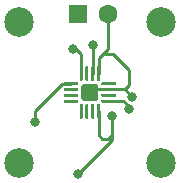
<source format=gbr>
G04 #@! TF.GenerationSoftware,KiCad,Pcbnew,(5.1.4)-1*
G04 #@! TF.CreationDate,2021-04-01T21:41:31+08:00*
G04 #@! TF.ProjectId,ma730,6d613733-302e-46b6-9963-61645f706362,rev?*
G04 #@! TF.SameCoordinates,Original*
G04 #@! TF.FileFunction,Copper,L2,Bot*
G04 #@! TF.FilePolarity,Positive*
%FSLAX46Y46*%
G04 Gerber Fmt 4.6, Leading zero omitted, Abs format (unit mm)*
G04 Created by KiCad (PCBNEW (5.1.4)-1) date 2021-04-01 21:41:31*
%MOMM*%
%LPD*%
G04 APERTURE LIST*
%ADD10C,1.600000*%
%ADD11R,1.600000X1.600000*%
%ADD12C,0.100000*%
%ADD13C,0.250000*%
%ADD14C,1.450000*%
%ADD15C,2.500000*%
%ADD16C,0.800000*%
%ADD17C,0.250000*%
G04 APERTURE END LIST*
D10*
X99500000Y-100330000D03*
D11*
X97000000Y-100330000D03*
D12*
G36*
X97318626Y-107975301D02*
G01*
X97324693Y-107976201D01*
X97330643Y-107977691D01*
X97336418Y-107979758D01*
X97341962Y-107982380D01*
X97347223Y-107985533D01*
X97352150Y-107989187D01*
X97356694Y-107993306D01*
X97360813Y-107997850D01*
X97364467Y-108002777D01*
X97367620Y-108008038D01*
X97370242Y-108013582D01*
X97372309Y-108019357D01*
X97373799Y-108025307D01*
X97374699Y-108031374D01*
X97375000Y-108037500D01*
X97375000Y-109162500D01*
X97374699Y-109168626D01*
X97373799Y-109174693D01*
X97372309Y-109180643D01*
X97370242Y-109186418D01*
X97367620Y-109191962D01*
X97364467Y-109197223D01*
X97360813Y-109202150D01*
X97356694Y-109206694D01*
X97352150Y-109210813D01*
X97347223Y-109214467D01*
X97341962Y-109217620D01*
X97336418Y-109220242D01*
X97330643Y-109222309D01*
X97324693Y-109223799D01*
X97318626Y-109224699D01*
X97312500Y-109225000D01*
X97187500Y-109225000D01*
X97181374Y-109224699D01*
X97175307Y-109223799D01*
X97169357Y-109222309D01*
X97163582Y-109220242D01*
X97158038Y-109217620D01*
X97152777Y-109214467D01*
X97147850Y-109210813D01*
X97143306Y-109206694D01*
X97139187Y-109202150D01*
X97135533Y-109197223D01*
X97132380Y-109191962D01*
X97129758Y-109186418D01*
X97127691Y-109180643D01*
X97126201Y-109174693D01*
X97125301Y-109168626D01*
X97125000Y-109162500D01*
X97125000Y-108037500D01*
X97125301Y-108031374D01*
X97126201Y-108025307D01*
X97127691Y-108019357D01*
X97129758Y-108013582D01*
X97132380Y-108008038D01*
X97135533Y-108002777D01*
X97139187Y-107997850D01*
X97143306Y-107993306D01*
X97147850Y-107989187D01*
X97152777Y-107985533D01*
X97158038Y-107982380D01*
X97163582Y-107979758D01*
X97169357Y-107977691D01*
X97175307Y-107976201D01*
X97181374Y-107975301D01*
X97187500Y-107975000D01*
X97312500Y-107975000D01*
X97318626Y-107975301D01*
X97318626Y-107975301D01*
G37*
D13*
X97250000Y-108600000D03*
D12*
G36*
X97818626Y-107975301D02*
G01*
X97824693Y-107976201D01*
X97830643Y-107977691D01*
X97836418Y-107979758D01*
X97841962Y-107982380D01*
X97847223Y-107985533D01*
X97852150Y-107989187D01*
X97856694Y-107993306D01*
X97860813Y-107997850D01*
X97864467Y-108002777D01*
X97867620Y-108008038D01*
X97870242Y-108013582D01*
X97872309Y-108019357D01*
X97873799Y-108025307D01*
X97874699Y-108031374D01*
X97875000Y-108037500D01*
X97875000Y-109162500D01*
X97874699Y-109168626D01*
X97873799Y-109174693D01*
X97872309Y-109180643D01*
X97870242Y-109186418D01*
X97867620Y-109191962D01*
X97864467Y-109197223D01*
X97860813Y-109202150D01*
X97856694Y-109206694D01*
X97852150Y-109210813D01*
X97847223Y-109214467D01*
X97841962Y-109217620D01*
X97836418Y-109220242D01*
X97830643Y-109222309D01*
X97824693Y-109223799D01*
X97818626Y-109224699D01*
X97812500Y-109225000D01*
X97687500Y-109225000D01*
X97681374Y-109224699D01*
X97675307Y-109223799D01*
X97669357Y-109222309D01*
X97663582Y-109220242D01*
X97658038Y-109217620D01*
X97652777Y-109214467D01*
X97647850Y-109210813D01*
X97643306Y-109206694D01*
X97639187Y-109202150D01*
X97635533Y-109197223D01*
X97632380Y-109191962D01*
X97629758Y-109186418D01*
X97627691Y-109180643D01*
X97626201Y-109174693D01*
X97625301Y-109168626D01*
X97625000Y-109162500D01*
X97625000Y-108037500D01*
X97625301Y-108031374D01*
X97626201Y-108025307D01*
X97627691Y-108019357D01*
X97629758Y-108013582D01*
X97632380Y-108008038D01*
X97635533Y-108002777D01*
X97639187Y-107997850D01*
X97643306Y-107993306D01*
X97647850Y-107989187D01*
X97652777Y-107985533D01*
X97658038Y-107982380D01*
X97663582Y-107979758D01*
X97669357Y-107977691D01*
X97675307Y-107976201D01*
X97681374Y-107975301D01*
X97687500Y-107975000D01*
X97812500Y-107975000D01*
X97818626Y-107975301D01*
X97818626Y-107975301D01*
G37*
D13*
X97750000Y-108600000D03*
D12*
G36*
X98318626Y-107975301D02*
G01*
X98324693Y-107976201D01*
X98330643Y-107977691D01*
X98336418Y-107979758D01*
X98341962Y-107982380D01*
X98347223Y-107985533D01*
X98352150Y-107989187D01*
X98356694Y-107993306D01*
X98360813Y-107997850D01*
X98364467Y-108002777D01*
X98367620Y-108008038D01*
X98370242Y-108013582D01*
X98372309Y-108019357D01*
X98373799Y-108025307D01*
X98374699Y-108031374D01*
X98375000Y-108037500D01*
X98375000Y-109162500D01*
X98374699Y-109168626D01*
X98373799Y-109174693D01*
X98372309Y-109180643D01*
X98370242Y-109186418D01*
X98367620Y-109191962D01*
X98364467Y-109197223D01*
X98360813Y-109202150D01*
X98356694Y-109206694D01*
X98352150Y-109210813D01*
X98347223Y-109214467D01*
X98341962Y-109217620D01*
X98336418Y-109220242D01*
X98330643Y-109222309D01*
X98324693Y-109223799D01*
X98318626Y-109224699D01*
X98312500Y-109225000D01*
X98187500Y-109225000D01*
X98181374Y-109224699D01*
X98175307Y-109223799D01*
X98169357Y-109222309D01*
X98163582Y-109220242D01*
X98158038Y-109217620D01*
X98152777Y-109214467D01*
X98147850Y-109210813D01*
X98143306Y-109206694D01*
X98139187Y-109202150D01*
X98135533Y-109197223D01*
X98132380Y-109191962D01*
X98129758Y-109186418D01*
X98127691Y-109180643D01*
X98126201Y-109174693D01*
X98125301Y-109168626D01*
X98125000Y-109162500D01*
X98125000Y-108037500D01*
X98125301Y-108031374D01*
X98126201Y-108025307D01*
X98127691Y-108019357D01*
X98129758Y-108013582D01*
X98132380Y-108008038D01*
X98135533Y-108002777D01*
X98139187Y-107997850D01*
X98143306Y-107993306D01*
X98147850Y-107989187D01*
X98152777Y-107985533D01*
X98158038Y-107982380D01*
X98163582Y-107979758D01*
X98169357Y-107977691D01*
X98175307Y-107976201D01*
X98181374Y-107975301D01*
X98187500Y-107975000D01*
X98312500Y-107975000D01*
X98318626Y-107975301D01*
X98318626Y-107975301D01*
G37*
D13*
X98250000Y-108600000D03*
D12*
G36*
X98818626Y-107975301D02*
G01*
X98824693Y-107976201D01*
X98830643Y-107977691D01*
X98836418Y-107979758D01*
X98841962Y-107982380D01*
X98847223Y-107985533D01*
X98852150Y-107989187D01*
X98856694Y-107993306D01*
X98860813Y-107997850D01*
X98864467Y-108002777D01*
X98867620Y-108008038D01*
X98870242Y-108013582D01*
X98872309Y-108019357D01*
X98873799Y-108025307D01*
X98874699Y-108031374D01*
X98875000Y-108037500D01*
X98875000Y-109162500D01*
X98874699Y-109168626D01*
X98873799Y-109174693D01*
X98872309Y-109180643D01*
X98870242Y-109186418D01*
X98867620Y-109191962D01*
X98864467Y-109197223D01*
X98860813Y-109202150D01*
X98856694Y-109206694D01*
X98852150Y-109210813D01*
X98847223Y-109214467D01*
X98841962Y-109217620D01*
X98836418Y-109220242D01*
X98830643Y-109222309D01*
X98824693Y-109223799D01*
X98818626Y-109224699D01*
X98812500Y-109225000D01*
X98687500Y-109225000D01*
X98681374Y-109224699D01*
X98675307Y-109223799D01*
X98669357Y-109222309D01*
X98663582Y-109220242D01*
X98658038Y-109217620D01*
X98652777Y-109214467D01*
X98647850Y-109210813D01*
X98643306Y-109206694D01*
X98639187Y-109202150D01*
X98635533Y-109197223D01*
X98632380Y-109191962D01*
X98629758Y-109186418D01*
X98627691Y-109180643D01*
X98626201Y-109174693D01*
X98625301Y-109168626D01*
X98625000Y-109162500D01*
X98625000Y-108037500D01*
X98625301Y-108031374D01*
X98626201Y-108025307D01*
X98627691Y-108019357D01*
X98629758Y-108013582D01*
X98632380Y-108008038D01*
X98635533Y-108002777D01*
X98639187Y-107997850D01*
X98643306Y-107993306D01*
X98647850Y-107989187D01*
X98652777Y-107985533D01*
X98658038Y-107982380D01*
X98663582Y-107979758D01*
X98669357Y-107977691D01*
X98675307Y-107976201D01*
X98681374Y-107975301D01*
X98687500Y-107975000D01*
X98812500Y-107975000D01*
X98818626Y-107975301D01*
X98818626Y-107975301D01*
G37*
D13*
X98750000Y-108600000D03*
D12*
G36*
X100168626Y-107625301D02*
G01*
X100174693Y-107626201D01*
X100180643Y-107627691D01*
X100186418Y-107629758D01*
X100191962Y-107632380D01*
X100197223Y-107635533D01*
X100202150Y-107639187D01*
X100206694Y-107643306D01*
X100210813Y-107647850D01*
X100214467Y-107652777D01*
X100217620Y-107658038D01*
X100220242Y-107663582D01*
X100222309Y-107669357D01*
X100223799Y-107675307D01*
X100224699Y-107681374D01*
X100225000Y-107687500D01*
X100225000Y-107812500D01*
X100224699Y-107818626D01*
X100223799Y-107824693D01*
X100222309Y-107830643D01*
X100220242Y-107836418D01*
X100217620Y-107841962D01*
X100214467Y-107847223D01*
X100210813Y-107852150D01*
X100206694Y-107856694D01*
X100202150Y-107860813D01*
X100197223Y-107864467D01*
X100191962Y-107867620D01*
X100186418Y-107870242D01*
X100180643Y-107872309D01*
X100174693Y-107873799D01*
X100168626Y-107874699D01*
X100162500Y-107875000D01*
X99037500Y-107875000D01*
X99031374Y-107874699D01*
X99025307Y-107873799D01*
X99019357Y-107872309D01*
X99013582Y-107870242D01*
X99008038Y-107867620D01*
X99002777Y-107864467D01*
X98997850Y-107860813D01*
X98993306Y-107856694D01*
X98989187Y-107852150D01*
X98985533Y-107847223D01*
X98982380Y-107841962D01*
X98979758Y-107836418D01*
X98977691Y-107830643D01*
X98976201Y-107824693D01*
X98975301Y-107818626D01*
X98975000Y-107812500D01*
X98975000Y-107687500D01*
X98975301Y-107681374D01*
X98976201Y-107675307D01*
X98977691Y-107669357D01*
X98979758Y-107663582D01*
X98982380Y-107658038D01*
X98985533Y-107652777D01*
X98989187Y-107647850D01*
X98993306Y-107643306D01*
X98997850Y-107639187D01*
X99002777Y-107635533D01*
X99008038Y-107632380D01*
X99013582Y-107629758D01*
X99019357Y-107627691D01*
X99025307Y-107626201D01*
X99031374Y-107625301D01*
X99037500Y-107625000D01*
X100162500Y-107625000D01*
X100168626Y-107625301D01*
X100168626Y-107625301D01*
G37*
D13*
X99600000Y-107750000D03*
D12*
G36*
X100168626Y-107125301D02*
G01*
X100174693Y-107126201D01*
X100180643Y-107127691D01*
X100186418Y-107129758D01*
X100191962Y-107132380D01*
X100197223Y-107135533D01*
X100202150Y-107139187D01*
X100206694Y-107143306D01*
X100210813Y-107147850D01*
X100214467Y-107152777D01*
X100217620Y-107158038D01*
X100220242Y-107163582D01*
X100222309Y-107169357D01*
X100223799Y-107175307D01*
X100224699Y-107181374D01*
X100225000Y-107187500D01*
X100225000Y-107312500D01*
X100224699Y-107318626D01*
X100223799Y-107324693D01*
X100222309Y-107330643D01*
X100220242Y-107336418D01*
X100217620Y-107341962D01*
X100214467Y-107347223D01*
X100210813Y-107352150D01*
X100206694Y-107356694D01*
X100202150Y-107360813D01*
X100197223Y-107364467D01*
X100191962Y-107367620D01*
X100186418Y-107370242D01*
X100180643Y-107372309D01*
X100174693Y-107373799D01*
X100168626Y-107374699D01*
X100162500Y-107375000D01*
X99037500Y-107375000D01*
X99031374Y-107374699D01*
X99025307Y-107373799D01*
X99019357Y-107372309D01*
X99013582Y-107370242D01*
X99008038Y-107367620D01*
X99002777Y-107364467D01*
X98997850Y-107360813D01*
X98993306Y-107356694D01*
X98989187Y-107352150D01*
X98985533Y-107347223D01*
X98982380Y-107341962D01*
X98979758Y-107336418D01*
X98977691Y-107330643D01*
X98976201Y-107324693D01*
X98975301Y-107318626D01*
X98975000Y-107312500D01*
X98975000Y-107187500D01*
X98975301Y-107181374D01*
X98976201Y-107175307D01*
X98977691Y-107169357D01*
X98979758Y-107163582D01*
X98982380Y-107158038D01*
X98985533Y-107152777D01*
X98989187Y-107147850D01*
X98993306Y-107143306D01*
X98997850Y-107139187D01*
X99002777Y-107135533D01*
X99008038Y-107132380D01*
X99013582Y-107129758D01*
X99019357Y-107127691D01*
X99025307Y-107126201D01*
X99031374Y-107125301D01*
X99037500Y-107125000D01*
X100162500Y-107125000D01*
X100168626Y-107125301D01*
X100168626Y-107125301D01*
G37*
D13*
X99600000Y-107250000D03*
D12*
G36*
X100168626Y-106625301D02*
G01*
X100174693Y-106626201D01*
X100180643Y-106627691D01*
X100186418Y-106629758D01*
X100191962Y-106632380D01*
X100197223Y-106635533D01*
X100202150Y-106639187D01*
X100206694Y-106643306D01*
X100210813Y-106647850D01*
X100214467Y-106652777D01*
X100217620Y-106658038D01*
X100220242Y-106663582D01*
X100222309Y-106669357D01*
X100223799Y-106675307D01*
X100224699Y-106681374D01*
X100225000Y-106687500D01*
X100225000Y-106812500D01*
X100224699Y-106818626D01*
X100223799Y-106824693D01*
X100222309Y-106830643D01*
X100220242Y-106836418D01*
X100217620Y-106841962D01*
X100214467Y-106847223D01*
X100210813Y-106852150D01*
X100206694Y-106856694D01*
X100202150Y-106860813D01*
X100197223Y-106864467D01*
X100191962Y-106867620D01*
X100186418Y-106870242D01*
X100180643Y-106872309D01*
X100174693Y-106873799D01*
X100168626Y-106874699D01*
X100162500Y-106875000D01*
X99037500Y-106875000D01*
X99031374Y-106874699D01*
X99025307Y-106873799D01*
X99019357Y-106872309D01*
X99013582Y-106870242D01*
X99008038Y-106867620D01*
X99002777Y-106864467D01*
X98997850Y-106860813D01*
X98993306Y-106856694D01*
X98989187Y-106852150D01*
X98985533Y-106847223D01*
X98982380Y-106841962D01*
X98979758Y-106836418D01*
X98977691Y-106830643D01*
X98976201Y-106824693D01*
X98975301Y-106818626D01*
X98975000Y-106812500D01*
X98975000Y-106687500D01*
X98975301Y-106681374D01*
X98976201Y-106675307D01*
X98977691Y-106669357D01*
X98979758Y-106663582D01*
X98982380Y-106658038D01*
X98985533Y-106652777D01*
X98989187Y-106647850D01*
X98993306Y-106643306D01*
X98997850Y-106639187D01*
X99002777Y-106635533D01*
X99008038Y-106632380D01*
X99013582Y-106629758D01*
X99019357Y-106627691D01*
X99025307Y-106626201D01*
X99031374Y-106625301D01*
X99037500Y-106625000D01*
X100162500Y-106625000D01*
X100168626Y-106625301D01*
X100168626Y-106625301D01*
G37*
D13*
X99600000Y-106750000D03*
D12*
G36*
X100168626Y-106125301D02*
G01*
X100174693Y-106126201D01*
X100180643Y-106127691D01*
X100186418Y-106129758D01*
X100191962Y-106132380D01*
X100197223Y-106135533D01*
X100202150Y-106139187D01*
X100206694Y-106143306D01*
X100210813Y-106147850D01*
X100214467Y-106152777D01*
X100217620Y-106158038D01*
X100220242Y-106163582D01*
X100222309Y-106169357D01*
X100223799Y-106175307D01*
X100224699Y-106181374D01*
X100225000Y-106187500D01*
X100225000Y-106312500D01*
X100224699Y-106318626D01*
X100223799Y-106324693D01*
X100222309Y-106330643D01*
X100220242Y-106336418D01*
X100217620Y-106341962D01*
X100214467Y-106347223D01*
X100210813Y-106352150D01*
X100206694Y-106356694D01*
X100202150Y-106360813D01*
X100197223Y-106364467D01*
X100191962Y-106367620D01*
X100186418Y-106370242D01*
X100180643Y-106372309D01*
X100174693Y-106373799D01*
X100168626Y-106374699D01*
X100162500Y-106375000D01*
X99037500Y-106375000D01*
X99031374Y-106374699D01*
X99025307Y-106373799D01*
X99019357Y-106372309D01*
X99013582Y-106370242D01*
X99008038Y-106367620D01*
X99002777Y-106364467D01*
X98997850Y-106360813D01*
X98993306Y-106356694D01*
X98989187Y-106352150D01*
X98985533Y-106347223D01*
X98982380Y-106341962D01*
X98979758Y-106336418D01*
X98977691Y-106330643D01*
X98976201Y-106324693D01*
X98975301Y-106318626D01*
X98975000Y-106312500D01*
X98975000Y-106187500D01*
X98975301Y-106181374D01*
X98976201Y-106175307D01*
X98977691Y-106169357D01*
X98979758Y-106163582D01*
X98982380Y-106158038D01*
X98985533Y-106152777D01*
X98989187Y-106147850D01*
X98993306Y-106143306D01*
X98997850Y-106139187D01*
X99002777Y-106135533D01*
X99008038Y-106132380D01*
X99013582Y-106129758D01*
X99019357Y-106127691D01*
X99025307Y-106126201D01*
X99031374Y-106125301D01*
X99037500Y-106125000D01*
X100162500Y-106125000D01*
X100168626Y-106125301D01*
X100168626Y-106125301D01*
G37*
D13*
X99600000Y-106250000D03*
D12*
G36*
X98818626Y-104775301D02*
G01*
X98824693Y-104776201D01*
X98830643Y-104777691D01*
X98836418Y-104779758D01*
X98841962Y-104782380D01*
X98847223Y-104785533D01*
X98852150Y-104789187D01*
X98856694Y-104793306D01*
X98860813Y-104797850D01*
X98864467Y-104802777D01*
X98867620Y-104808038D01*
X98870242Y-104813582D01*
X98872309Y-104819357D01*
X98873799Y-104825307D01*
X98874699Y-104831374D01*
X98875000Y-104837500D01*
X98875000Y-105962500D01*
X98874699Y-105968626D01*
X98873799Y-105974693D01*
X98872309Y-105980643D01*
X98870242Y-105986418D01*
X98867620Y-105991962D01*
X98864467Y-105997223D01*
X98860813Y-106002150D01*
X98856694Y-106006694D01*
X98852150Y-106010813D01*
X98847223Y-106014467D01*
X98841962Y-106017620D01*
X98836418Y-106020242D01*
X98830643Y-106022309D01*
X98824693Y-106023799D01*
X98818626Y-106024699D01*
X98812500Y-106025000D01*
X98687500Y-106025000D01*
X98681374Y-106024699D01*
X98675307Y-106023799D01*
X98669357Y-106022309D01*
X98663582Y-106020242D01*
X98658038Y-106017620D01*
X98652777Y-106014467D01*
X98647850Y-106010813D01*
X98643306Y-106006694D01*
X98639187Y-106002150D01*
X98635533Y-105997223D01*
X98632380Y-105991962D01*
X98629758Y-105986418D01*
X98627691Y-105980643D01*
X98626201Y-105974693D01*
X98625301Y-105968626D01*
X98625000Y-105962500D01*
X98625000Y-104837500D01*
X98625301Y-104831374D01*
X98626201Y-104825307D01*
X98627691Y-104819357D01*
X98629758Y-104813582D01*
X98632380Y-104808038D01*
X98635533Y-104802777D01*
X98639187Y-104797850D01*
X98643306Y-104793306D01*
X98647850Y-104789187D01*
X98652777Y-104785533D01*
X98658038Y-104782380D01*
X98663582Y-104779758D01*
X98669357Y-104777691D01*
X98675307Y-104776201D01*
X98681374Y-104775301D01*
X98687500Y-104775000D01*
X98812500Y-104775000D01*
X98818626Y-104775301D01*
X98818626Y-104775301D01*
G37*
D13*
X98750000Y-105400000D03*
D12*
G36*
X98318626Y-104775301D02*
G01*
X98324693Y-104776201D01*
X98330643Y-104777691D01*
X98336418Y-104779758D01*
X98341962Y-104782380D01*
X98347223Y-104785533D01*
X98352150Y-104789187D01*
X98356694Y-104793306D01*
X98360813Y-104797850D01*
X98364467Y-104802777D01*
X98367620Y-104808038D01*
X98370242Y-104813582D01*
X98372309Y-104819357D01*
X98373799Y-104825307D01*
X98374699Y-104831374D01*
X98375000Y-104837500D01*
X98375000Y-105962500D01*
X98374699Y-105968626D01*
X98373799Y-105974693D01*
X98372309Y-105980643D01*
X98370242Y-105986418D01*
X98367620Y-105991962D01*
X98364467Y-105997223D01*
X98360813Y-106002150D01*
X98356694Y-106006694D01*
X98352150Y-106010813D01*
X98347223Y-106014467D01*
X98341962Y-106017620D01*
X98336418Y-106020242D01*
X98330643Y-106022309D01*
X98324693Y-106023799D01*
X98318626Y-106024699D01*
X98312500Y-106025000D01*
X98187500Y-106025000D01*
X98181374Y-106024699D01*
X98175307Y-106023799D01*
X98169357Y-106022309D01*
X98163582Y-106020242D01*
X98158038Y-106017620D01*
X98152777Y-106014467D01*
X98147850Y-106010813D01*
X98143306Y-106006694D01*
X98139187Y-106002150D01*
X98135533Y-105997223D01*
X98132380Y-105991962D01*
X98129758Y-105986418D01*
X98127691Y-105980643D01*
X98126201Y-105974693D01*
X98125301Y-105968626D01*
X98125000Y-105962500D01*
X98125000Y-104837500D01*
X98125301Y-104831374D01*
X98126201Y-104825307D01*
X98127691Y-104819357D01*
X98129758Y-104813582D01*
X98132380Y-104808038D01*
X98135533Y-104802777D01*
X98139187Y-104797850D01*
X98143306Y-104793306D01*
X98147850Y-104789187D01*
X98152777Y-104785533D01*
X98158038Y-104782380D01*
X98163582Y-104779758D01*
X98169357Y-104777691D01*
X98175307Y-104776201D01*
X98181374Y-104775301D01*
X98187500Y-104775000D01*
X98312500Y-104775000D01*
X98318626Y-104775301D01*
X98318626Y-104775301D01*
G37*
D13*
X98250000Y-105400000D03*
D12*
G36*
X97818626Y-104775301D02*
G01*
X97824693Y-104776201D01*
X97830643Y-104777691D01*
X97836418Y-104779758D01*
X97841962Y-104782380D01*
X97847223Y-104785533D01*
X97852150Y-104789187D01*
X97856694Y-104793306D01*
X97860813Y-104797850D01*
X97864467Y-104802777D01*
X97867620Y-104808038D01*
X97870242Y-104813582D01*
X97872309Y-104819357D01*
X97873799Y-104825307D01*
X97874699Y-104831374D01*
X97875000Y-104837500D01*
X97875000Y-105962500D01*
X97874699Y-105968626D01*
X97873799Y-105974693D01*
X97872309Y-105980643D01*
X97870242Y-105986418D01*
X97867620Y-105991962D01*
X97864467Y-105997223D01*
X97860813Y-106002150D01*
X97856694Y-106006694D01*
X97852150Y-106010813D01*
X97847223Y-106014467D01*
X97841962Y-106017620D01*
X97836418Y-106020242D01*
X97830643Y-106022309D01*
X97824693Y-106023799D01*
X97818626Y-106024699D01*
X97812500Y-106025000D01*
X97687500Y-106025000D01*
X97681374Y-106024699D01*
X97675307Y-106023799D01*
X97669357Y-106022309D01*
X97663582Y-106020242D01*
X97658038Y-106017620D01*
X97652777Y-106014467D01*
X97647850Y-106010813D01*
X97643306Y-106006694D01*
X97639187Y-106002150D01*
X97635533Y-105997223D01*
X97632380Y-105991962D01*
X97629758Y-105986418D01*
X97627691Y-105980643D01*
X97626201Y-105974693D01*
X97625301Y-105968626D01*
X97625000Y-105962500D01*
X97625000Y-104837500D01*
X97625301Y-104831374D01*
X97626201Y-104825307D01*
X97627691Y-104819357D01*
X97629758Y-104813582D01*
X97632380Y-104808038D01*
X97635533Y-104802777D01*
X97639187Y-104797850D01*
X97643306Y-104793306D01*
X97647850Y-104789187D01*
X97652777Y-104785533D01*
X97658038Y-104782380D01*
X97663582Y-104779758D01*
X97669357Y-104777691D01*
X97675307Y-104776201D01*
X97681374Y-104775301D01*
X97687500Y-104775000D01*
X97812500Y-104775000D01*
X97818626Y-104775301D01*
X97818626Y-104775301D01*
G37*
D13*
X97750000Y-105400000D03*
D12*
G36*
X97318626Y-104775301D02*
G01*
X97324693Y-104776201D01*
X97330643Y-104777691D01*
X97336418Y-104779758D01*
X97341962Y-104782380D01*
X97347223Y-104785533D01*
X97352150Y-104789187D01*
X97356694Y-104793306D01*
X97360813Y-104797850D01*
X97364467Y-104802777D01*
X97367620Y-104808038D01*
X97370242Y-104813582D01*
X97372309Y-104819357D01*
X97373799Y-104825307D01*
X97374699Y-104831374D01*
X97375000Y-104837500D01*
X97375000Y-105962500D01*
X97374699Y-105968626D01*
X97373799Y-105974693D01*
X97372309Y-105980643D01*
X97370242Y-105986418D01*
X97367620Y-105991962D01*
X97364467Y-105997223D01*
X97360813Y-106002150D01*
X97356694Y-106006694D01*
X97352150Y-106010813D01*
X97347223Y-106014467D01*
X97341962Y-106017620D01*
X97336418Y-106020242D01*
X97330643Y-106022309D01*
X97324693Y-106023799D01*
X97318626Y-106024699D01*
X97312500Y-106025000D01*
X97187500Y-106025000D01*
X97181374Y-106024699D01*
X97175307Y-106023799D01*
X97169357Y-106022309D01*
X97163582Y-106020242D01*
X97158038Y-106017620D01*
X97152777Y-106014467D01*
X97147850Y-106010813D01*
X97143306Y-106006694D01*
X97139187Y-106002150D01*
X97135533Y-105997223D01*
X97132380Y-105991962D01*
X97129758Y-105986418D01*
X97127691Y-105980643D01*
X97126201Y-105974693D01*
X97125301Y-105968626D01*
X97125000Y-105962500D01*
X97125000Y-104837500D01*
X97125301Y-104831374D01*
X97126201Y-104825307D01*
X97127691Y-104819357D01*
X97129758Y-104813582D01*
X97132380Y-104808038D01*
X97135533Y-104802777D01*
X97139187Y-104797850D01*
X97143306Y-104793306D01*
X97147850Y-104789187D01*
X97152777Y-104785533D01*
X97158038Y-104782380D01*
X97163582Y-104779758D01*
X97169357Y-104777691D01*
X97175307Y-104776201D01*
X97181374Y-104775301D01*
X97187500Y-104775000D01*
X97312500Y-104775000D01*
X97318626Y-104775301D01*
X97318626Y-104775301D01*
G37*
D13*
X97250000Y-105400000D03*
D12*
G36*
X96968626Y-106125301D02*
G01*
X96974693Y-106126201D01*
X96980643Y-106127691D01*
X96986418Y-106129758D01*
X96991962Y-106132380D01*
X96997223Y-106135533D01*
X97002150Y-106139187D01*
X97006694Y-106143306D01*
X97010813Y-106147850D01*
X97014467Y-106152777D01*
X97017620Y-106158038D01*
X97020242Y-106163582D01*
X97022309Y-106169357D01*
X97023799Y-106175307D01*
X97024699Y-106181374D01*
X97025000Y-106187500D01*
X97025000Y-106312500D01*
X97024699Y-106318626D01*
X97023799Y-106324693D01*
X97022309Y-106330643D01*
X97020242Y-106336418D01*
X97017620Y-106341962D01*
X97014467Y-106347223D01*
X97010813Y-106352150D01*
X97006694Y-106356694D01*
X97002150Y-106360813D01*
X96997223Y-106364467D01*
X96991962Y-106367620D01*
X96986418Y-106370242D01*
X96980643Y-106372309D01*
X96974693Y-106373799D01*
X96968626Y-106374699D01*
X96962500Y-106375000D01*
X95837500Y-106375000D01*
X95831374Y-106374699D01*
X95825307Y-106373799D01*
X95819357Y-106372309D01*
X95813582Y-106370242D01*
X95808038Y-106367620D01*
X95802777Y-106364467D01*
X95797850Y-106360813D01*
X95793306Y-106356694D01*
X95789187Y-106352150D01*
X95785533Y-106347223D01*
X95782380Y-106341962D01*
X95779758Y-106336418D01*
X95777691Y-106330643D01*
X95776201Y-106324693D01*
X95775301Y-106318626D01*
X95775000Y-106312500D01*
X95775000Y-106187500D01*
X95775301Y-106181374D01*
X95776201Y-106175307D01*
X95777691Y-106169357D01*
X95779758Y-106163582D01*
X95782380Y-106158038D01*
X95785533Y-106152777D01*
X95789187Y-106147850D01*
X95793306Y-106143306D01*
X95797850Y-106139187D01*
X95802777Y-106135533D01*
X95808038Y-106132380D01*
X95813582Y-106129758D01*
X95819357Y-106127691D01*
X95825307Y-106126201D01*
X95831374Y-106125301D01*
X95837500Y-106125000D01*
X96962500Y-106125000D01*
X96968626Y-106125301D01*
X96968626Y-106125301D01*
G37*
D13*
X96400000Y-106250000D03*
D12*
G36*
X96968626Y-106625301D02*
G01*
X96974693Y-106626201D01*
X96980643Y-106627691D01*
X96986418Y-106629758D01*
X96991962Y-106632380D01*
X96997223Y-106635533D01*
X97002150Y-106639187D01*
X97006694Y-106643306D01*
X97010813Y-106647850D01*
X97014467Y-106652777D01*
X97017620Y-106658038D01*
X97020242Y-106663582D01*
X97022309Y-106669357D01*
X97023799Y-106675307D01*
X97024699Y-106681374D01*
X97025000Y-106687500D01*
X97025000Y-106812500D01*
X97024699Y-106818626D01*
X97023799Y-106824693D01*
X97022309Y-106830643D01*
X97020242Y-106836418D01*
X97017620Y-106841962D01*
X97014467Y-106847223D01*
X97010813Y-106852150D01*
X97006694Y-106856694D01*
X97002150Y-106860813D01*
X96997223Y-106864467D01*
X96991962Y-106867620D01*
X96986418Y-106870242D01*
X96980643Y-106872309D01*
X96974693Y-106873799D01*
X96968626Y-106874699D01*
X96962500Y-106875000D01*
X95837500Y-106875000D01*
X95831374Y-106874699D01*
X95825307Y-106873799D01*
X95819357Y-106872309D01*
X95813582Y-106870242D01*
X95808038Y-106867620D01*
X95802777Y-106864467D01*
X95797850Y-106860813D01*
X95793306Y-106856694D01*
X95789187Y-106852150D01*
X95785533Y-106847223D01*
X95782380Y-106841962D01*
X95779758Y-106836418D01*
X95777691Y-106830643D01*
X95776201Y-106824693D01*
X95775301Y-106818626D01*
X95775000Y-106812500D01*
X95775000Y-106687500D01*
X95775301Y-106681374D01*
X95776201Y-106675307D01*
X95777691Y-106669357D01*
X95779758Y-106663582D01*
X95782380Y-106658038D01*
X95785533Y-106652777D01*
X95789187Y-106647850D01*
X95793306Y-106643306D01*
X95797850Y-106639187D01*
X95802777Y-106635533D01*
X95808038Y-106632380D01*
X95813582Y-106629758D01*
X95819357Y-106627691D01*
X95825307Y-106626201D01*
X95831374Y-106625301D01*
X95837500Y-106625000D01*
X96962500Y-106625000D01*
X96968626Y-106625301D01*
X96968626Y-106625301D01*
G37*
D13*
X96400000Y-106750000D03*
D12*
G36*
X96968626Y-107125301D02*
G01*
X96974693Y-107126201D01*
X96980643Y-107127691D01*
X96986418Y-107129758D01*
X96991962Y-107132380D01*
X96997223Y-107135533D01*
X97002150Y-107139187D01*
X97006694Y-107143306D01*
X97010813Y-107147850D01*
X97014467Y-107152777D01*
X97017620Y-107158038D01*
X97020242Y-107163582D01*
X97022309Y-107169357D01*
X97023799Y-107175307D01*
X97024699Y-107181374D01*
X97025000Y-107187500D01*
X97025000Y-107312500D01*
X97024699Y-107318626D01*
X97023799Y-107324693D01*
X97022309Y-107330643D01*
X97020242Y-107336418D01*
X97017620Y-107341962D01*
X97014467Y-107347223D01*
X97010813Y-107352150D01*
X97006694Y-107356694D01*
X97002150Y-107360813D01*
X96997223Y-107364467D01*
X96991962Y-107367620D01*
X96986418Y-107370242D01*
X96980643Y-107372309D01*
X96974693Y-107373799D01*
X96968626Y-107374699D01*
X96962500Y-107375000D01*
X95837500Y-107375000D01*
X95831374Y-107374699D01*
X95825307Y-107373799D01*
X95819357Y-107372309D01*
X95813582Y-107370242D01*
X95808038Y-107367620D01*
X95802777Y-107364467D01*
X95797850Y-107360813D01*
X95793306Y-107356694D01*
X95789187Y-107352150D01*
X95785533Y-107347223D01*
X95782380Y-107341962D01*
X95779758Y-107336418D01*
X95777691Y-107330643D01*
X95776201Y-107324693D01*
X95775301Y-107318626D01*
X95775000Y-107312500D01*
X95775000Y-107187500D01*
X95775301Y-107181374D01*
X95776201Y-107175307D01*
X95777691Y-107169357D01*
X95779758Y-107163582D01*
X95782380Y-107158038D01*
X95785533Y-107152777D01*
X95789187Y-107147850D01*
X95793306Y-107143306D01*
X95797850Y-107139187D01*
X95802777Y-107135533D01*
X95808038Y-107132380D01*
X95813582Y-107129758D01*
X95819357Y-107127691D01*
X95825307Y-107126201D01*
X95831374Y-107125301D01*
X95837500Y-107125000D01*
X96962500Y-107125000D01*
X96968626Y-107125301D01*
X96968626Y-107125301D01*
G37*
D13*
X96400000Y-107250000D03*
D12*
G36*
X96968626Y-107625301D02*
G01*
X96974693Y-107626201D01*
X96980643Y-107627691D01*
X96986418Y-107629758D01*
X96991962Y-107632380D01*
X96997223Y-107635533D01*
X97002150Y-107639187D01*
X97006694Y-107643306D01*
X97010813Y-107647850D01*
X97014467Y-107652777D01*
X97017620Y-107658038D01*
X97020242Y-107663582D01*
X97022309Y-107669357D01*
X97023799Y-107675307D01*
X97024699Y-107681374D01*
X97025000Y-107687500D01*
X97025000Y-107812500D01*
X97024699Y-107818626D01*
X97023799Y-107824693D01*
X97022309Y-107830643D01*
X97020242Y-107836418D01*
X97017620Y-107841962D01*
X97014467Y-107847223D01*
X97010813Y-107852150D01*
X97006694Y-107856694D01*
X97002150Y-107860813D01*
X96997223Y-107864467D01*
X96991962Y-107867620D01*
X96986418Y-107870242D01*
X96980643Y-107872309D01*
X96974693Y-107873799D01*
X96968626Y-107874699D01*
X96962500Y-107875000D01*
X95837500Y-107875000D01*
X95831374Y-107874699D01*
X95825307Y-107873799D01*
X95819357Y-107872309D01*
X95813582Y-107870242D01*
X95808038Y-107867620D01*
X95802777Y-107864467D01*
X95797850Y-107860813D01*
X95793306Y-107856694D01*
X95789187Y-107852150D01*
X95785533Y-107847223D01*
X95782380Y-107841962D01*
X95779758Y-107836418D01*
X95777691Y-107830643D01*
X95776201Y-107824693D01*
X95775301Y-107818626D01*
X95775000Y-107812500D01*
X95775000Y-107687500D01*
X95775301Y-107681374D01*
X95776201Y-107675307D01*
X95777691Y-107669357D01*
X95779758Y-107663582D01*
X95782380Y-107658038D01*
X95785533Y-107652777D01*
X95789187Y-107647850D01*
X95793306Y-107643306D01*
X95797850Y-107639187D01*
X95802777Y-107635533D01*
X95808038Y-107632380D01*
X95813582Y-107629758D01*
X95819357Y-107627691D01*
X95825307Y-107626201D01*
X95831374Y-107625301D01*
X95837500Y-107625000D01*
X96962500Y-107625000D01*
X96968626Y-107625301D01*
X96968626Y-107625301D01*
G37*
D13*
X96400000Y-107750000D03*
D12*
G36*
X98499504Y-106276204D02*
G01*
X98523773Y-106279804D01*
X98547571Y-106285765D01*
X98570671Y-106294030D01*
X98592849Y-106304520D01*
X98613893Y-106317133D01*
X98633598Y-106331747D01*
X98651777Y-106348223D01*
X98668253Y-106366402D01*
X98682867Y-106386107D01*
X98695480Y-106407151D01*
X98705970Y-106429329D01*
X98714235Y-106452429D01*
X98720196Y-106476227D01*
X98723796Y-106500496D01*
X98725000Y-106525000D01*
X98725000Y-107475000D01*
X98723796Y-107499504D01*
X98720196Y-107523773D01*
X98714235Y-107547571D01*
X98705970Y-107570671D01*
X98695480Y-107592849D01*
X98682867Y-107613893D01*
X98668253Y-107633598D01*
X98651777Y-107651777D01*
X98633598Y-107668253D01*
X98613893Y-107682867D01*
X98592849Y-107695480D01*
X98570671Y-107705970D01*
X98547571Y-107714235D01*
X98523773Y-107720196D01*
X98499504Y-107723796D01*
X98475000Y-107725000D01*
X97525000Y-107725000D01*
X97500496Y-107723796D01*
X97476227Y-107720196D01*
X97452429Y-107714235D01*
X97429329Y-107705970D01*
X97407151Y-107695480D01*
X97386107Y-107682867D01*
X97366402Y-107668253D01*
X97348223Y-107651777D01*
X97331747Y-107633598D01*
X97317133Y-107613893D01*
X97304520Y-107592849D01*
X97294030Y-107570671D01*
X97285765Y-107547571D01*
X97279804Y-107523773D01*
X97276204Y-107499504D01*
X97275000Y-107475000D01*
X97275000Y-106525000D01*
X97276204Y-106500496D01*
X97279804Y-106476227D01*
X97285765Y-106452429D01*
X97294030Y-106429329D01*
X97304520Y-106407151D01*
X97317133Y-106386107D01*
X97331747Y-106366402D01*
X97348223Y-106348223D01*
X97366402Y-106331747D01*
X97386107Y-106317133D01*
X97407151Y-106304520D01*
X97429329Y-106294030D01*
X97452429Y-106285765D01*
X97476227Y-106279804D01*
X97500496Y-106276204D01*
X97525000Y-106275000D01*
X98475000Y-106275000D01*
X98499504Y-106276204D01*
X98499504Y-106276204D01*
G37*
D14*
X98000000Y-107000000D03*
D15*
X92000000Y-101000000D03*
X92000000Y-113000000D03*
X104000000Y-113000000D03*
X104000000Y-101000000D03*
D16*
X101600000Y-107400000D03*
X96975000Y-113900006D03*
X99844990Y-109010000D03*
X93370000Y-109490000D03*
X98300000Y-103000000D03*
X101280000Y-108410000D03*
X96600000Y-103300000D03*
D17*
X98250000Y-106750000D02*
X98000000Y-107000000D01*
X99600000Y-106750000D02*
X98250000Y-106750000D01*
X100950000Y-106750000D02*
X99600000Y-106750000D01*
X101600000Y-107400000D02*
X100950000Y-106750000D01*
X98750000Y-104250000D02*
X98750000Y-105400000D01*
X101300000Y-106400000D02*
X100950000Y-106750000D01*
X101300000Y-105100000D02*
X101300000Y-106400000D01*
X99950000Y-103750000D02*
X101300000Y-105100000D01*
X99079490Y-103750000D02*
X99950000Y-103750000D01*
X98750000Y-104250000D02*
X98750000Y-104079490D01*
X98750000Y-104079490D02*
X99079490Y-103750000D01*
X98750000Y-104048680D02*
X98750000Y-104250000D01*
X99500000Y-100750000D02*
X99500000Y-103298680D01*
X99500000Y-103298680D02*
X98750000Y-104048680D01*
X97374999Y-113500007D02*
X96975000Y-113900006D01*
X99880000Y-110600000D02*
X99880000Y-110995006D01*
X99880000Y-110995006D02*
X97374999Y-113500007D01*
X99540000Y-110940000D02*
X99880000Y-110600000D01*
X99060000Y-110940000D02*
X99540000Y-110940000D01*
X98750000Y-108600000D02*
X98750000Y-110630000D01*
X98750000Y-110630000D02*
X99060000Y-110940000D01*
X99875000Y-109040010D02*
X99844990Y-109010000D01*
X99880000Y-110600000D02*
X99875000Y-110595000D01*
X99875000Y-110595000D02*
X99875000Y-109040010D01*
X95675000Y-106250000D02*
X93370000Y-108555000D01*
X96400000Y-106250000D02*
X95675000Y-106250000D01*
X93370000Y-108555000D02*
X93370000Y-109490000D01*
X98300000Y-105350000D02*
X98250000Y-105400000D01*
X98300000Y-103000000D02*
X98300000Y-105350000D01*
X101280000Y-108190000D02*
X101280000Y-108410000D01*
X100830000Y-107740000D02*
X101280000Y-108190000D01*
X99600000Y-107750000D02*
X100820000Y-107750000D01*
X100820000Y-107750000D02*
X100830000Y-107740000D01*
X97250000Y-103750000D02*
X97250000Y-105400000D01*
X96600000Y-103300000D02*
X96800000Y-103300000D01*
X96800000Y-103300000D02*
X97250000Y-103750000D01*
M02*

</source>
